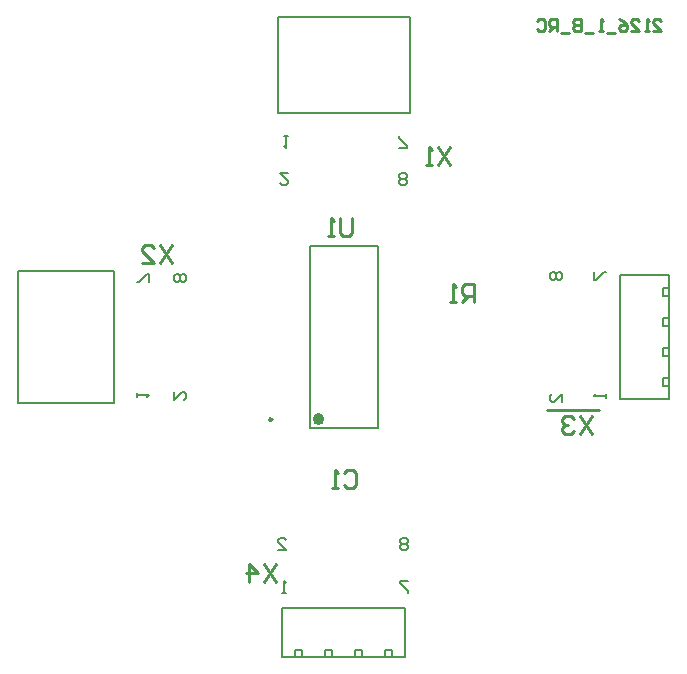
<source format=gbr>
%TF.GenerationSoftware,Altium Limited,Altium Designer,22.2.1 (43)*%
G04 Layer_Color=32896*
%FSLAX43Y43*%
%MOMM*%
%TF.SameCoordinates,12936C2D-F9F3-4D5E-B855-D0F9E265F173*%
%TF.FilePolarity,Positive*%
%TF.FileFunction,Legend,Bot*%
%TF.Part,Single*%
G01*
G75*
%TA.AperFunction,NonConductor*%
%ADD22C,0.200*%
%ADD23C,0.250*%
%ADD24C,0.500*%
%ADD25C,0.254*%
%ADD26C,0.152*%
D22*
X22420Y54610D02*
X33580D01*
X22420Y46450D02*
X33580D01*
Y54610D01*
X22420Y46450D02*
Y54610D01*
X390Y21920D02*
X8550D01*
X390Y33080D02*
X8550D01*
Y21920D02*
Y33080D01*
X390Y21920D02*
Y33080D01*
X55024Y24010D02*
X55575D01*
X55024Y23370D02*
X55575D01*
X55024D02*
Y24010D01*
Y26550D02*
X55575D01*
X55024Y25910D02*
X55575D01*
X55024D02*
Y26550D01*
Y29090D02*
X55575D01*
X55024Y28450D02*
X55575D01*
X55024D02*
Y29090D01*
Y31630D02*
X55575D01*
X55024Y30990D02*
X55575D01*
X55024D02*
Y31630D01*
X51425Y32730D02*
X55575D01*
Y22270D02*
Y32730D01*
X51425Y22270D02*
X55575D01*
X51425D02*
Y32730D01*
X22770Y4575D02*
X33230D01*
X22770Y425D02*
Y4575D01*
Y425D02*
X33230D01*
Y4575D01*
X31490Y976D02*
X32130D01*
X31490Y425D02*
Y976D01*
X32130Y425D02*
Y976D01*
X28950D02*
X29590D01*
X28950Y425D02*
Y976D01*
X29590Y425D02*
Y976D01*
X26410D02*
X27050D01*
X26410Y425D02*
Y976D01*
X27050Y425D02*
Y976D01*
X23870D02*
X24510D01*
X23870Y425D02*
Y976D01*
X24510Y425D02*
Y976D01*
X25121Y19800D02*
X30879D01*
Y35200D01*
X25121D02*
X30879D01*
X25121Y19800D02*
Y35200D01*
D23*
X21948Y20515D02*
G03*
X21948Y20515I-125J0D01*
G01*
D24*
X26121Y20550D02*
G03*
X26121Y20550I-250J0D01*
G01*
D25*
X45204Y21336D02*
X49621D01*
X54179Y53365D02*
X54856D01*
X54179Y54042D01*
Y54212D01*
X54348Y54381D01*
X54687D01*
X54856Y54212D01*
X53840Y53365D02*
X53502D01*
X53671D01*
Y54381D01*
X53840Y54212D01*
X52317Y53365D02*
X52994D01*
X52317Y54042D01*
Y54212D01*
X52486Y54381D01*
X52825D01*
X52994Y54212D01*
X51301Y54381D02*
X51640Y54212D01*
X51978Y53873D01*
Y53535D01*
X51809Y53365D01*
X51470D01*
X51301Y53535D01*
Y53704D01*
X51470Y53873D01*
X51978D01*
X50963Y53196D02*
X50285D01*
X49947Y53365D02*
X49608D01*
X49778D01*
Y54381D01*
X49947Y54212D01*
X49101Y53196D02*
X48423D01*
X48085Y54381D02*
Y53365D01*
X47577D01*
X47408Y53535D01*
Y53704D01*
X47577Y53873D01*
X48085D01*
X47577D01*
X47408Y54042D01*
Y54212D01*
X47577Y54381D01*
X48085D01*
X47069Y53196D02*
X46392D01*
X46054Y53365D02*
Y54381D01*
X45546D01*
X45376Y54212D01*
Y53873D01*
X45546Y53704D01*
X46054D01*
X45715D02*
X45376Y53365D01*
X44361Y54212D02*
X44530Y54381D01*
X44869D01*
X45038Y54212D01*
Y53535D01*
X44869Y53365D01*
X44530D01*
X44361Y53535D01*
X22270Y8262D02*
X21254Y6738D01*
Y8262D02*
X22270Y6738D01*
X19984D02*
Y8262D01*
X20746Y7500D01*
X19730D01*
X49006Y20828D02*
X47990Y19304D01*
Y20828D02*
X49006Y19304D01*
X47482Y20574D02*
X47228Y20828D01*
X46720D01*
X46466Y20574D01*
Y20320D01*
X46720Y20066D01*
X46974D01*
X46720D01*
X46466Y19812D01*
Y19558D01*
X46720Y19304D01*
X47228D01*
X47482Y19558D01*
X13470Y35262D02*
X12454Y33738D01*
Y35262D02*
X13470Y33738D01*
X10930D02*
X11946D01*
X10930Y34754D01*
Y35008D01*
X11184Y35262D01*
X11692D01*
X11946Y35008D01*
X37016Y43562D02*
X36000Y42038D01*
Y43562D02*
X37016Y42038D01*
X35492D02*
X34984D01*
X35238D01*
Y43562D01*
X35492Y43308D01*
X28702Y37600D02*
Y36330D01*
X28448Y36076D01*
X27940D01*
X27686Y36330D01*
Y37600D01*
X27178Y36076D02*
X26670D01*
X26924D01*
Y37600D01*
X27178Y37346D01*
X39001Y30424D02*
Y31948D01*
X38239D01*
X37986Y31694D01*
Y31186D01*
X38239Y30932D01*
X39001D01*
X38493D02*
X37986Y30424D01*
X37478D02*
X36970D01*
X37224D01*
Y31948D01*
X37478Y31694D01*
X28000Y16010D02*
X28254Y16264D01*
X28762D01*
X29016Y16010D01*
Y14994D01*
X28762Y14740D01*
X28254D01*
X28000Y14994D01*
X27492Y14740D02*
X26984D01*
X27238D01*
Y16264D01*
X27492Y16010D01*
D26*
X22930Y44500D02*
X23269D01*
X23099D01*
Y43484D01*
X22930Y43654D01*
X23307Y41400D02*
X22630D01*
X23307Y40723D01*
Y40554D01*
X23138Y40384D01*
X22799D01*
X22630Y40554D01*
X32670Y43484D02*
X33347D01*
Y43654D01*
X32670Y44331D01*
Y44500D01*
Y40554D02*
X32839Y40384D01*
X33178D01*
X33347Y40554D01*
Y40723D01*
X33178Y40892D01*
X33347Y41061D01*
Y41231D01*
X33178Y41400D01*
X32839D01*
X32670Y41231D01*
Y41061D01*
X32839Y40892D01*
X32670Y40723D01*
Y40554D01*
X32839Y40892D02*
X33178D01*
X14446Y32170D02*
X14616Y32339D01*
Y32678D01*
X14446Y32847D01*
X14277D01*
X14108Y32678D01*
X13939Y32847D01*
X13769D01*
X13600Y32678D01*
Y32339D01*
X13769Y32170D01*
X13939D01*
X14108Y32339D01*
X14277Y32170D01*
X14446D01*
X14108Y32339D02*
Y32678D01*
X11516Y32170D02*
Y32847D01*
X11346D01*
X10669Y32170D01*
X10500D01*
X13600Y22807D02*
Y22130D01*
X14277Y22807D01*
X14446D01*
X14616Y22638D01*
Y22299D01*
X14446Y22130D01*
X10500Y22430D02*
Y22769D01*
Y22599D01*
X11516D01*
X11346Y22430D01*
X46500Y21953D02*
Y22630D01*
X45823Y21953D01*
X45654D01*
X45484Y22122D01*
Y22461D01*
X45654Y22630D01*
X50200D02*
Y22291D01*
Y22461D01*
X49184D01*
X49354Y22630D01*
X45654Y32970D02*
X45484Y32801D01*
Y32462D01*
X45654Y32293D01*
X45823D01*
X45992Y32462D01*
X46161Y32293D01*
X46331D01*
X46500Y32462D01*
Y32801D01*
X46331Y32970D01*
X46161D01*
X45992Y32801D01*
X45823Y32970D01*
X45654D01*
X45992Y32801D02*
Y32462D01*
X49184Y32970D02*
Y32293D01*
X49354D01*
X50031Y32970D01*
X50200D01*
X33470Y6816D02*
X32793D01*
Y6646D01*
X33470Y5969D01*
Y5800D01*
Y10346D02*
X33301Y10516D01*
X32962D01*
X32793Y10346D01*
Y10177D01*
X32962Y10008D01*
X32793Y9839D01*
Y9669D01*
X32962Y9500D01*
X33301D01*
X33470Y9669D01*
Y9839D01*
X33301Y10008D01*
X33470Y10177D01*
Y10346D01*
X33301Y10008D02*
X32962D01*
X23130Y5800D02*
X22791D01*
X22961D01*
Y6816D01*
X23130Y6646D01*
X22453Y9500D02*
X23130D01*
X22453Y10177D01*
Y10346D01*
X22622Y10516D01*
X22961D01*
X23130Y10346D01*
%TF.MD5,9f365215830c8a0b99398b1fc2626af0*%
M02*

</source>
